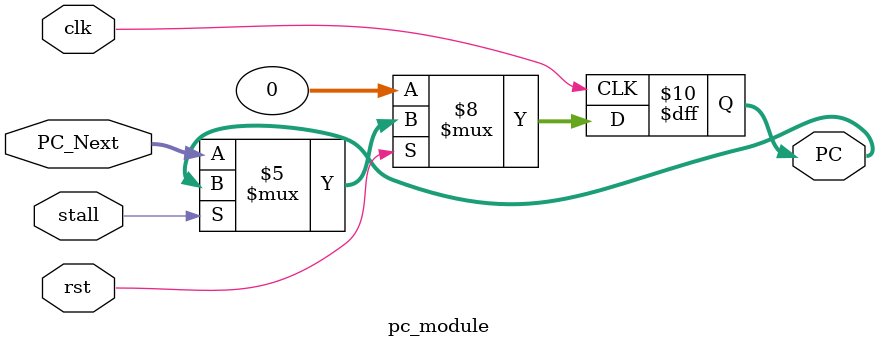
<source format=sv>

module pc_module(clk,rst,PC,PC_Next,stall);
    input clk,rst,stall;
    input [31:0]PC_Next;
    output [31:0]PC;
    reg [31:0]PC;

    always @(posedge clk)
    begin
        if ( rst == 1'b0)
        begin
            PC <= 32'h00000000;
        end
        else if ( stall == 1'b1) 
        begin
            PC <= PC ;
        end
        else
        begin
            PC <= PC_Next;
        end
    end
endmodule
</source>
